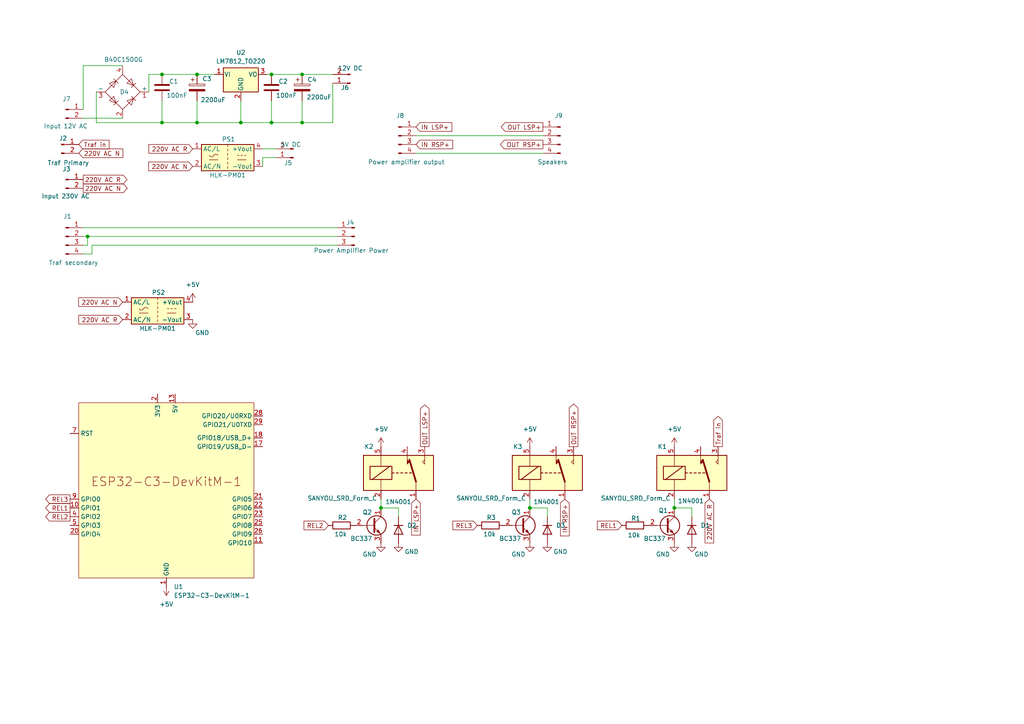
<source format=kicad_sch>
(kicad_sch (version 20250114) (generator "eeschema") (generator_version "9.0")
  (paper "A4")
  (lib_symbols
    (symbol "Connector:Conn_01x02_Pin" (pin_names (offset 1.016) (hide yes))
      (property "Reference" "J" (at 0 2.54 0))
      (property "Value" "Conn_01x02_Pin" (at 0 -5.08 0))
      (symbol "Conn_01x02_Pin_1_1"
        (rectangle (start 0.8636 0.127) (end 0 -0.127) (stroke (width 0.1524)) (fill (type outline)))
        (rectangle (start 0.8636 -2.413) (end 0 -2.667) (stroke (width 0.1524)) (fill (type outline)))
        (polyline (pts (xy 1.27 0) (xy 0.8636 0)) (stroke (width 0.1524)))
        (polyline (pts (xy 1.27 -2.54) (xy 0.8636 -2.54)) (stroke (width 0.1524)))
        (pin passive line (at 5.08 0 180) (length 3.81) (name "Pin_1") (number "1"))
        (pin passive line (at 5.08 -2.54 180) (length 3.81) (name "Pin_2") (number "2"))
      )
    )
    (symbol "Connector:Conn_01x03_Pin" (pin_names (offset 1.016) (hide yes))
      (property "Reference" "J" (at 0 5.08 0))
      (property "Value" "Conn_01x03_Pin" (at 0 -5.08 0))
      (symbol "Conn_01x03_Pin_1_1"
        (rectangle (start 0.8636 2.667) (end 0 2.413) (stroke (width 0.1524)) (fill (type outline)))
        (rectangle (start 0.8636 0.127) (end 0 -0.127) (stroke (width 0.1524)) (fill (type outline)))
        (rectangle (start 0.8636 -2.413) (end 0 -2.667) (stroke (width 0.1524)) (fill (type outline)))
        (polyline (pts (xy 1.27 2.54) (xy 0.8636 2.54)) (stroke (width 0.1524)))
        (polyline (pts (xy 1.27 0) (xy 0.8636 0)) (stroke (width 0.1524)))
        (polyline (pts (xy 1.27 -2.54) (xy 0.8636 -2.54)) (stroke (width 0.1524)))
        (pin passive line (at 5.08 2.54 180) (length 3.81) (name "Pin_1") (number "1"))
        (pin passive line (at 5.08 0 180) (length 3.81) (name "Pin_2") (number "2"))
        (pin passive line (at 5.08 -2.54 180) (length 3.81) (name "Pin_3") (number "3"))
      )
    )
    (symbol "Connector:Conn_01x04_Pin" (pin_names (offset 1.016) (hide yes))
      (property "Reference" "J" (at 0 5.08 0))
      (property "Value" "Conn_01x04_Pin" (at 0 -7.62 0))
      (symbol "Conn_01x04_Pin_1_1"
        (rectangle (start 0.8636 2.667) (end 0 2.413) (stroke (width 0.1524)) (fill (type outline)))
        (rectangle (start 0.8636 0.127) (end 0 -0.127) (stroke (width 0.1524)) (fill (type outline)))
        (rectangle (start 0.8636 -2.413) (end 0 -2.667) (stroke (width 0.1524)) (fill (type outline)))
        (rectangle (start 0.8636 -4.953) (end 0 -5.207) (stroke (width 0.1524)) (fill (type outline)))
        (polyline (pts (xy 1.27 2.54) (xy 0.8636 2.54)) (stroke (width 0.1524)))
        (polyline (pts (xy 1.27 0) (xy 0.8636 0)) (stroke (width 0.1524)))
        (polyline (pts (xy 1.27 -2.54) (xy 0.8636 -2.54)) (stroke (width 0.1524)))
        (polyline (pts (xy 1.27 -5.08) (xy 0.8636 -5.08)) (stroke (width 0.1524)))
        (pin passive line (at 5.08 2.54 180) (length 3.81) (name "Pin_1") (number "1"))
        (pin passive line (at 5.08 0 180) (length 3.81) (name "Pin_2") (number "2"))
        (pin passive line (at 5.08 -2.54 180) (length 3.81) (name "Pin_3") (number "3"))
        (pin passive line (at 5.08 -5.08 180) (length 3.81) (name "Pin_4") (number "4"))
      )
    )
    (symbol "Converter_ACDC:HLK-PM01"
      (property "Reference" "PS" (at 0 5.08 0))
      (property "Value" "HLK-PM01" (at 0 -5.08 0))
      (symbol "HLK-PM01_0_1"
        (rectangle (start -7.62 3.81) (end 7.62 -3.81) (stroke (width 0.254)) (fill (type background)))
        (polyline (pts (xy -5.334 -0.635) (xy -2.794 -0.635)))
        (arc (start -4.064 0.635) (mid -4.699 0.2495) (end -5.334 0.635))
        (arc (start -4.064 0.635) (mid -3.429 1.0072) (end -2.794 0.635))
        (polyline (pts (xy 0 3.81) (xy 0 3.175)))
        (polyline (pts (xy 0 2.54) (xy 0 1.905)))
        (polyline (pts (xy 0 1.27) (xy 0 0.635)))
        (polyline (pts (xy 0 0) (xy 0 -0.635)))
        (polyline (pts (xy 0 -1.27) (xy 0 -1.905)))
        (polyline (pts (xy 0 -2.54) (xy 0 -3.175)))
        (polyline (pts (xy 2.794 0.635) (xy 3.302 0.635)))
        (polyline (pts (xy 2.794 -0.635) (xy 5.334 -0.635)))
        (polyline (pts (xy 3.81 0.635) (xy 4.318 0.635)))
        (polyline (pts (xy 4.826 0.635) (xy 5.334 0.635)))
      )
      (symbol "HLK-PM01_1_1"
        (pin power_in line (at -10.16 2.54 0) (length 2.54) (name "AC/L") (number "1"))
        (pin power_in line (at -10.16 -2.54 0) (length 2.54) (name "AC/N") (number "2"))
        (pin power_out line (at 10.16 2.54 180) (length 2.54) (name "+Vout") (number "4"))
        (pin power_out line (at 10.16 -2.54 180) (length 2.54) (name "-Vout") (number "3"))
      )
    )
    (symbol "Device:C" (pin_numbers (hide yes)) (pin_names (offset 0.254))
      (property "Reference" "C" (at 0.635 2.54 0))
      (property "Value" "C" (at 0.635 -2.54 0))
      (symbol "C_0_1"
        (polyline (pts (xy -2.032 0.762) (xy 2.032 0.762)) (stroke (width 0.508)))
        (polyline (pts (xy -2.032 -0.762) (xy 2.032 -0.762)) (stroke (width 0.508)))
      )
      (symbol "C_1_1"
        (pin passive line (at 0 3.81 270) (length 2.794) (name "~") (number "1"))
        (pin passive line (at 0 -3.81 90) (length 2.794) (name "~") (number "2"))
      )
    )
    (symbol "Device:C_Polarized" (pin_numbers (hide yes)) (pin_names (offset 0.254))
      (property "Reference" "C" (at 0.635 2.54 0))
      (property "Value" "C_Polarized" (at 0.635 -2.54 0))
      (symbol "C_Polarized_0_1"
        (rectangle (start -2.286 0.508) (end 2.286 1.016))
        (polyline (pts (xy -1.778 2.286) (xy -0.762 2.286)))
        (polyline (pts (xy -1.27 2.794) (xy -1.27 1.778)))
        (rectangle (start 2.286 -0.508) (end -2.286 -1.016) (fill (type outline)))
      )
      (symbol "C_Polarized_1_1"
        (pin passive line (at 0 3.81 270) (length 2.794) (name "~") (number "1"))
        (pin passive line (at 0 -3.81 90) (length 2.794) (name "~") (number "2"))
      )
    )
    (symbol "Device:R" (pin_numbers (hide yes)) (pin_names (offset 0))
      (property "Reference" "R" (at 2.032 0 90))
      (property "Value" "R" (at 0 0 90))
      (symbol "R_0_1"
        (rectangle (start -1.016 -2.54) (end 1.016 2.54) (stroke (width 0.254)))
      )
      (symbol "R_1_1"
        (pin passive line (at 0 3.81 270) (length 1.27) (name "~") (number "1"))
        (pin passive line (at 0 -3.81 90) (length 1.27) (name "~") (number "2"))
      )
    )
    (symbol "Diode:1N4001" (pin_numbers (hide yes)) (pin_names (hide yes))
      (property "Reference" "D" (at 0 2.54 0))
      (property "Value" "1N4001" (at 0 -2.54 0))
      (symbol "1N4001_0_1"
        (polyline (pts (xy -1.27 1.27) (xy -1.27 -1.27)) (stroke (width 0.254)))
        (polyline (pts (xy 1.27 1.27) (xy 1.27 -1.27) (xy -1.27 0) (xy 1.27 1.27)) (stroke (width 0.254)))
        (polyline (pts (xy 1.27 0) (xy -1.27 0)))
      )
      (symbol "1N4001_1_1"
        (pin passive line (at -3.81 0 0) (length 2.54) (name "K") (number "1"))
        (pin passive line (at 3.81 0 180) (length 2.54) (name "A") (number "2"))
      )
    )
    (symbol "Diode_Bridge:B40C1500G" (pin_names (offset 0))
      (property "Reference" "D" (at 2.54 6.985 0))
      (property "Value" "B40C1500G" (at 2.54 5.08 0))
      (symbol "B40C1500G_0_1"
        (polyline (pts (xy -5.08 0) (xy 0 -5.08) (xy 5.08 0) (xy 0 5.08) (xy -5.08 0)))
        (polyline (pts (xy -3.81 2.54) (xy -2.54 1.27) (xy -1.905 3.175) (xy -3.81 2.54)))
        (polyline (pts (xy -2.54 3.81) (xy -1.27 2.54)))
        (polyline (pts (xy -2.54 -1.27) (xy -3.81 -2.54) (xy -1.905 -3.175) (xy -2.54 -1.27)))
        (polyline (pts (xy -1.27 -2.54) (xy -2.54 -3.81)))
        (polyline (pts (xy 1.27 2.54) (xy 2.54 3.81) (xy 3.175 1.905) (xy 1.27 2.54)))
        (polyline (pts (xy 2.54 1.27) (xy 3.81 2.54)))
        (polyline (pts (xy 2.54 -1.27) (xy 3.81 -2.54)))
        (polyline (pts (xy 3.175 -1.905) (xy 1.27 -2.54) (xy 2.54 -3.81) (xy 3.175 -1.905)))
      )
      (symbol "B40C1500G_1_1"
        (pin passive line (at -7.62 0 0) (length 2.54) (name "-") (number "3"))
        (pin passive line (at 0 7.62 270) (length 2.54) (name "~") (number "4"))
        (pin passive line (at 0 -7.62 90) (length 2.54) (name "~") (number "2"))
        (pin passive line (at 7.62 0 180) (length 2.54) (name "+") (number "1"))
      )
    )
    (symbol "PCM_Espressif:ESP32-C3-DevKitM-1"
      (property "Reference" "U" (at -25.4 30.48 0))
      (property "Value" "ESP32-C3-DevKitM-1" (at -25.4 27.94 0))
      (symbol "ESP32-C3-DevKitM-1_0_1"
        (rectangle (start -25.4 25.4) (end 25.4 -25.4) (fill (type background)))
      )
      (symbol "ESP32-C3-DevKitM-1_1_0"
        (text "ESP32-C3-DevKitM-1" (at 0 2.54 0) (effects (font (size 2.54 2.54))))
      )
      (symbol "ESP32-C3-DevKitM-1_1_1"
        (pin output line (at -27.94 16.51 0) (length 2.54) (name "RST") (number "7"))
        (pin bidirectional line (at -27.94 -2.54 0) (length 2.54) (name "GPIO0") (number "9"))
        (pin bidirectional line (at -27.94 -5.08 0) (length 2.54) (name "GPIO1") (number "10"))
        (pin bidirectional line (at -27.94 -7.62 0) (length 2.54) (name "GPIO2") (number "4"))
        (pin bidirectional line (at -27.94 -10.16 0) (length 2.54) (name "GPIO3") (number "5"))
        (pin bidirectional line (at -27.94 -12.7 0) (length 2.54) (name "GPIO4") (number "20"))
        (pin power_in line (at -2.54 27.94 270) (length 2.54) (name "3V3") (number "2"))
        (pin power_in line (at -2.54 27.94 270) (length 2.54) (hide yes) (name "3V3") (number "3"))
        (pin passive line (at 0 -27.94 90) (length 2.54) (name "GND") (number "1"))
        (pin passive line (at 0 -27.94 90) (length 2.54) (hide yes) (name "GND") (number "12"))
        (pin passive line (at 0 -27.94 90) (length 2.54) (hide yes) (name "GND") (number "15"))
        (pin passive line (at 0 -27.94 90) (length 2.54) (hide yes) (name "GND") (number "16"))
        (pin passive line (at 0 -27.94 90) (length 2.54) (hide yes) (name "GND") (number "19"))
        (pin passive line (at 0 -27.94 90) (length 2.54) (hide yes) (name "GND") (number "24"))
        (pin passive line (at 0 -27.94 90) (length 2.54) (hide yes) (name "GND") (number "27"))
        (pin passive line (at 0 -27.94 90) (length 2.54) (hide yes) (name "GND") (number "30"))
        (pin passive line (at 0 -27.94 90) (length 2.54) (hide yes) (name "GND") (number "6"))
        (pin passive line (at 0 -27.94 90) (length 2.54) (hide yes) (name "GND") (number "8"))
        (pin power_in line (at 2.54 27.94 270) (length 2.54) (name "5V") (number "13"))
        (pin power_in line (at 2.54 27.94 270) (length 2.54) (hide yes) (name "5V") (number "14"))
        (pin bidirectional line (at 27.94 21.59 180) (length 2.54) (name "GPIO20/U0RXD") (number "28"))
        (pin bidirectional line (at 27.94 19.05 180) (length 2.54) (name "GPIO21/U0TXD") (number "29"))
        (pin bidirectional line (at 27.94 15.24 180) (length 2.54) (name "GPIO18/USB_D+") (number "18"))
        (pin bidirectional line (at 27.94 12.7 180) (length 2.54) (name "GPIO19/USB_D-") (number "17"))
        (pin bidirectional line (at 27.94 -2.54 180) (length 2.54) (name "GPIO5") (number "21"))
        (pin bidirectional line (at 27.94 -5.08 180) (length 2.54) (name "GPIO6") (number "22"))
        (pin bidirectional line (at 27.94 -7.62 180) (length 2.54) (name "GPIO7") (number "23"))
        (pin bidirectional line (at 27.94 -10.16 180) (length 2.54) (name "GPIO8") (number "25"))
        (pin bidirectional line (at 27.94 -12.7 180) (length 2.54) (name "GPIO9") (number "26"))
        (pin bidirectional line (at 27.94 -15.24 180) (length 2.54) (name "GPIO10") (number "11"))
      )
    )
    (symbol "Regulator_Linear:LM7812_TO220" (pin_names (offset 0.254))
      (property "Reference" "U" (at -3.81 3.175 0))
      (property "Value" "LM7812_TO220" (at 0 3.175 0))
      (symbol "LM7812_TO220_0_1"
        (rectangle (start -5.08 1.905) (end 5.08 -5.08) (stroke (width 0.254)) (fill (type background)))
      )
      (symbol "LM7812_TO220_1_1"
        (pin power_in line (at -7.62 0 0) (length 2.54) (name "VI") (number "1"))
        (pin power_in line (at 0 -7.62 90) (length 2.54) (name "GND") (number "2"))
        (pin power_out line (at 7.62 0 180) (length 2.54) (name "VO") (number "3"))
      )
    )
    (symbol "Relay:SANYOU_SRD_Form_C"
      (property "Reference" "K" (at 11.43 3.81 0))
      (property "Value" "SANYOU_SRD_Form_C" (at 11.43 1.27 0))
      (symbol "SANYOU_SRD_Form_C_0_0"
        (polyline (pts (xy 7.62 5.08) (xy 7.62 2.54) (xy 6.985 3.175) (xy 7.62 3.81)))
      )
      (symbol "SANYOU_SRD_Form_C_0_1"
        (rectangle (start -10.16 5.08) (end 10.16 -5.08) (stroke (width 0.254)) (fill (type background)))
        (rectangle (start -8.255 1.905) (end -1.905 -1.905) (stroke (width 0.254)))
        (polyline (pts (xy -7.62 -1.905) (xy -2.54 1.905)) (stroke (width 0.254)))
        (polyline (pts (xy -5.08 5.08) (xy -5.08 1.905)))
        (polyline (pts (xy -5.08 -5.08) (xy -5.08 -1.905)))
        (polyline (pts (xy -1.905 0) (xy -1.27 0)) (stroke (width 0.254)))
        (polyline (pts (xy -0.635 0) (xy 0 0)) (stroke (width 0.254)))
        (polyline (pts (xy 0.635 0) (xy 1.27 0)) (stroke (width 0.254)))
        (polyline (pts (xy 1.905 0) (xy 2.54 0)) (stroke (width 0.254)))
        (polyline (pts (xy 3.175 0) (xy 3.81 0)) (stroke (width 0.254)))
        (polyline (pts (xy 5.08 -2.54) (xy 3.175 3.81)) (stroke (width 0.508)))
        (polyline (pts (xy 5.08 -2.54) (xy 5.08 -5.08)))
      )
      (symbol "SANYOU_SRD_Form_C_1_1"
        (polyline (pts (xy 2.54 3.81) (xy 3.175 3.175) (xy 2.54 2.54) (xy 2.54 5.08)) (fill (type outline)))
        (pin passive line (at -5.08 7.62 270) (length 2.54) (name "~") (number "5"))
        (pin passive line (at -5.08 -7.62 90) (length 2.54) (name "~") (number "2"))
        (pin passive line (at 2.54 7.62 270) (length 2.54) (name "~") (number "4"))
        (pin passive line (at 5.08 -7.62 90) (length 2.54) (name "~") (number "1"))
        (pin passive line (at 7.62 7.62 270) (length 2.54) (name "~") (number "3"))
      )
    )
    (symbol "Transistor_BJT:BC337" (pin_names (offset 0) (hide yes))
      (property "Reference" "Q" (at 5.08 1.905 0))
      (property "Value" "BC337" (at 5.08 0 0))
      (symbol "BC337_0_1"
        (polyline (pts (xy -2.54 0) (xy 0.635 0)))
        (polyline (pts (xy 0.635 1.905) (xy 0.635 -1.905)) (stroke (width 0.508)))
        (circle (center 1.27 0) (radius 2.8194) (stroke (width 0.254)))
      )
      (symbol "BC337_1_1"
        (polyline (pts (xy 0.635 0.635) (xy 2.54 2.54)))
        (polyline (pts (xy 0.635 -0.635) (xy 2.54 -2.54)))
        (polyline (pts (xy 1.27 -1.778) (xy 1.778 -1.27) (xy 2.286 -2.286) (xy 1.27 -1.778)) (fill (type outline)))
        (pin input line (at -5.08 0 0) (length 2.54) (name "B") (number "2"))
        (pin passive line (at 2.54 5.08 270) (length 2.54) (name "C") (number "1"))
        (pin passive line (at 2.54 -5.08 90) (length 2.54) (name "E") (number "3"))
      )
    )
    (symbol "power:+5V" (power) (pin_numbers (hide yes)) (pin_names (offset 0) (hide yes))
      (property "Value" "+5V" (at 0 3.556 0))
      (symbol "+5V_0_1"
        (polyline (pts (xy -0.762 1.27) (xy 0 2.54)))
        (polyline (pts (xy 0 2.54) (xy 0.762 1.27)))
        (polyline (pts (xy 0 0) (xy 0 2.54)))
      )
      (symbol "+5V_1_1"
        (pin power_in line (at 0 0 90) (length 0) (name "~") (number "1"))
      )
    )
    (symbol "power:GND" (power) (pin_numbers (hide yes)) (pin_names (offset 0) (hide yes))
      (property "Value" "GND" (at 0 -3.81 0))
      (symbol "GND_0_1"
        (polyline (pts (xy 0 0) (xy 0 -1.27) (xy 1.27 -1.27) (xy 0 -2.54) (xy -1.27 -1.27) (xy 0 -1.27)))
      )
      (symbol "GND_1_1"
        (pin power_in line (at 0 0 270) (length 0) (name "~") (number "1"))
      )
    )
  )
  (junction (at 69.85 35.56))
  (junction (at 153.67 147.32))
  (junction (at 87.63 21.59))
  (junction (at 46.99 21.59))
  (junction (at 110.49 147.32))
  (junction (at 78.74 21.59))
  (junction (at 57.15 21.59))
  (junction (at 46.99 35.56))
  (junction (at 87.63 35.56))
  (junction (at 195.58 147.32))
  (junction (at 78.74 35.56))
  (junction (at 57.15 35.56))
  (junction (at 25.4 68.58))
  (wire (pts (xy 57.15 21.59) (xy 62.23 21.59)))
  (wire (pts (xy 69.85 35.56) (xy 78.74 35.56)))
  (wire (pts (xy 43.18 26.67) (xy 43.18 21.59)))
  (wire (pts (xy 87.63 29.21) (xy 87.63 35.56)))
  (wire (pts (xy 69.85 35.56) (xy 69.85 29.21)))
  (wire (pts (xy 27.94 26.67) (xy 27.94 35.56)))
  (wire (pts (xy 195.58 144.78) (xy 195.58 147.32)))
  (wire (pts (xy 24.13 71.12) (xy 25.4 71.12)))
  (wire (pts (xy 76.2 43.18) (xy 80.01 43.18)))
  (wire (pts (xy 120.65 39.37) (xy 157.48 39.37)))
  (wire (pts (xy 87.63 21.59) (xy 96.52 21.59)))
  (wire (pts (xy 76.2 45.72) (xy 80.01 45.72)))
  (wire (pts (xy 158.75 149.86) (xy 158.75 147.32)))
  (wire (pts (xy 24.13 73.66) (xy 26.67 73.66)))
  (wire (pts (xy 46.99 29.21) (xy 46.99 35.56)))
  (wire (pts (xy 115.57 149.86) (xy 115.57 147.32)))
  (wire (pts (xy 26.67 73.66) (xy 26.67 71.12)))
  (wire (pts (xy 76.2 48.26) (xy 76.2 45.72)))
  (wire (pts (xy 120.65 44.45) (xy 157.48 44.45)))
  (wire (pts (xy 77.47 21.59) (xy 78.74 21.59)))
  (wire (pts (xy 27.94 35.56) (xy 46.99 35.56)))
  (wire (pts (xy 96.52 24.13) (xy 96.52 35.56)))
  (wire (pts (xy 78.74 21.59) (xy 87.63 21.59)))
  (wire (pts (xy 158.75 147.32) (xy 153.67 147.32)))
  (wire (pts (xy 46.99 35.56) (xy 57.15 35.56)))
  (wire (pts (xy 78.74 35.56) (xy 87.63 35.56)))
  (wire (pts (xy 24.13 66.04) (xy 97.79 66.04)))
  (wire (pts (xy 46.99 21.59) (xy 57.15 21.59)))
  (wire (pts (xy 87.63 35.56) (xy 96.52 35.56)))
  (wire (pts (xy 24.13 68.58) (xy 25.4 68.58)))
  (wire (pts (xy 57.15 29.21) (xy 57.15 35.56)))
  (wire (pts (xy 25.4 71.12) (xy 25.4 68.58)))
  (wire (pts (xy 153.67 147.32) (xy 153.67 144.78)))
  (wire (pts (xy 78.74 29.21) (xy 78.74 35.56)))
  (wire (pts (xy 200.66 149.86) (xy 200.66 147.32)))
  (wire (pts (xy 200.66 147.32) (xy 195.58 147.32)))
  (wire (pts (xy 24.13 34.29) (xy 35.56 34.29)))
  (wire (pts (xy 25.4 68.58) (xy 97.79 68.58)))
  (wire (pts (xy 115.57 147.32) (xy 110.49 147.32)))
  (wire (pts (xy 43.18 21.59) (xy 46.99 21.59)))
  (wire (pts (xy 35.56 19.05) (xy 24.13 19.05)))
  (wire (pts (xy 26.67 71.12) (xy 97.79 71.12)))
  (wire (pts (xy 24.13 19.05) (xy 24.13 31.75)))
  (wire (pts (xy 57.15 35.56) (xy 69.85 35.56)))
  (wire (pts (xy 110.49 147.32) (xy 110.49 144.78)))
  (global_label "REL3" (shape input) (at 138.43 152.4 180) (property "Intersheetrefs" "${INTERSHEET_REFS}" (effects (hide yes))))
  (global_label "220V AC R" (shape input) (at 35.56 92.71 180) (property "Intersheetrefs" "${INTERSHEET_REFS}" (effects (hide yes))))
  (global_label "220V AC N" (shape output) (at 24.13 54.61 0) (property "Intersheetrefs" "${INTERSHEET_REFS}" (effects (hide yes))))
  (global_label "OUT RSP+" (shape output) (at 166.37 129.54 90) (property "Intersheetrefs" "${INTERSHEET_REFS}" (effects (hide yes))))
  (global_label "REL2" (shape output) (at 20.32 149.86 180) (property "Intersheetrefs" "${INTERSHEET_REFS}" (effects (hide yes))))
  (global_label "220V AC N" (shape input) (at 22.86 44.45 0) (property "Intersheetrefs" "${INTERSHEET_REFS}" (effects (hide yes))))
  (global_label "IN LSP+" (shape input) (at 120.65 144.78 270) (property "Intersheetrefs" "${INTERSHEET_REFS}" (effects (hide yes))))
  (global_label "REL2" (shape input) (at 95.25 152.4 180) (property "Intersheetrefs" "${INTERSHEET_REFS}" (effects (hide yes))))
  (global_label "220V AC R" (shape input) (at 205.74 144.78 270) (property "Intersheetrefs" "${INTERSHEET_REFS}" (effects (hide yes))))
  (global_label "IN RSP+" (shape input) (at 163.83 144.78 270) (property "Intersheetrefs" "${INTERSHEET_REFS}" (effects (hide yes))))
  (global_label "OUT LSP+" (shape output) (at 157.48 36.83 180) (property "Intersheetrefs" "${INTERSHEET_REFS}" (effects (hide yes))))
  (global_label "Traf in" (shape output) (at 208.28 129.54 90) (property "Intersheetrefs" "${INTERSHEET_REFS}" (effects (hide yes))))
  (global_label "OUT LSP+" (shape output) (at 123.19 129.54 90) (property "Intersheetrefs" "${INTERSHEET_REFS}" (effects (hide yes))))
  (global_label "IN LSP+" (shape input) (at 120.65 36.83 0) (property "Intersheetrefs" "${INTERSHEET_REFS}" (effects (hide yes))))
  (global_label "REL1" (shape output) (at 20.32 147.32 180) (property "Intersheetrefs" "${INTERSHEET_REFS}" (effects (hide yes))))
  (global_label "REL1" (shape input) (at 180.34 152.4 180) (property "Intersheetrefs" "${INTERSHEET_REFS}" (effects (hide yes))))
  (global_label "220V AC N" (shape input) (at 55.88 48.26 180) (property "Intersheetrefs" "${INTERSHEET_REFS}" (effects (hide yes))))
  (global_label "Traf in" (shape input) (at 22.86 41.91 0) (property "Intersheetrefs" "${INTERSHEET_REFS}" (effects (hide yes))))
  (global_label "220V AC N" (shape input) (at 35.56 87.63 180) (property "Intersheetrefs" "${INTERSHEET_REFS}" (effects (hide yes))))
  (global_label "REL3" (shape output) (at 20.32 144.78 180) (property "Intersheetrefs" "${INTERSHEET_REFS}" (effects (hide yes))))
  (global_label "OUT RSP+" (shape output) (at 157.48 41.91 180) (property "Intersheetrefs" "${INTERSHEET_REFS}" (effects (hide yes))))
  (global_label "220V AC R" (shape output) (at 24.13 52.07 0) (property "Intersheetrefs" "${INTERSHEET_REFS}" (effects (hide yes))))
  (global_label "IN RSP+" (shape input) (at 120.65 41.91 0) (property "Intersheetrefs" "${INTERSHEET_REFS}" (effects (hide yes))))
  (global_label "220V AC R" (shape input) (at 55.88 43.18 180) (property "Intersheetrefs" "${INTERSHEET_REFS}" (effects (hide yes))))
  (symbol (lib_id "Connector:Conn_01x02_Pin") (at 101.6 24.13 180) (unit 1)
    (property "Reference" "J6" (at 100.076 25.4 0))
    (property "Value" "12V DC" (at 101.6 19.812 0))
    (property "Footprint" "Connector_JST:JST_XH_B2B-XH-A_1x02_P2.50mm_Vertical" (effects (hide yes)))
    (property "Description" "Generic connector, single row, 01x02, script generated" (effects (hide yes)))
  )
  (symbol (lib_id "Connector:Conn_01x04_Pin") (at 19.05 68.58 0) (unit 1)
    (property "Reference" "J1" (at 19.558 62.738 0))
    (property "Value" "Traf secondary" (at 21.336 76.2 0))
    (property "Footprint" "Connector_Wire:SolderWire-0.5sqmm_1x04_P4.8mm_D0.9mm_OD2.3mm" (effects (hide yes)))
    (property "Description" "Generic connector, single row, 01x04, script generated" (effects (hide yes)))
  )
  (symbol (lib_id "Connector:Conn_01x04_Pin") (at 115.57 39.37 0) (unit 1)
    (property "Reference" "J8" (at 116.078 33.528 0))
    (property "Value" "Power amplifier output" (at 117.856 46.99 0))
    (property "Footprint" "Connector_Wire:SolderWire-0.5sqmm_1x04_P4.8mm_D0.9mm_OD2.3mm" (effects (hide yes)))
    (property "Description" "Generic connector, single row, 01x04, script generated" (effects (hide yes)))
  )
  (symbol (lib_id "power:GND") (at 55.88 92.71 0) (unit 1)
    (property "Reference" "#PWR06" (effects (hide yes)))
    (property "Value" "GND" (at 58.674 96.52 0))
    (property "Description" "Power symbol creates a global label with name \"GND\" , ground" (effects (hide yes)))
  )
  (symbol (lib_id "Regulator_Linear:LM7812_TO220") (at 69.85 21.59 0) (unit 1)
    (property "Reference" "U2" (at 69.85 15.24 0))
    (property "Value" "LM7812_TO220" (at 69.85 17.78 0))
    (property "Footprint" "Package_TO_SOT_THT:TO-220-3_Vertical" (effects (hide yes)))
    (property "Datasheet" "https://www.onsemi.cn/PowerSolutions/document/MC7800-D.PDF" (effects (hide yes)))
    (property "Description" "Positive 1A 35V Linear Regulator, Fixed Output 12V, TO-220" (effects (hide yes)))
  )
  (symbol (lib_id "Device:C_Polarized") (at 57.15 25.4 0) (unit 1)
    (property "Reference" "C3" (at 58.674 22.86 0) (effects (justify left)))
    (property "Value" "2200uF" (at 58.166 28.956 0) (effects (justify left)))
    (property "Footprint" "Capacitor_THT:CP_Radial_D18.0mm_P7.50mm" (effects (hide yes)))
    (property "Description" "Polarized capacitor" (effects (hide yes)))
  )
  (symbol (lib_id "Relay:SANYOU_SRD_Form_C") (at 200.66 137.16 0) (unit 1)
    (property "Reference" "K1" (at 190.754 129.54 0) (effects (justify left)))
    (property "Value" "SANYOU_SRD_Form_C" (at 174.244 144.526 0) (effects (justify left)))
    (property "Footprint" "Relay_THT:Relay_SPDT_SANYOU_SRD_Series_Form_C" (effects (hide yes)))
    (property "Datasheet" "http://www.sanyourelay.ca/public/products/pdf/SRD.pdf" (effects (hide yes)))
    (property "Description" "Sanyo SRD relay, Single Pole Miniature Power Relay," (effects (hide yes)))
  )
  (symbol (lib_id "Transistor_BJT:BC337") (at 193.04 152.4 0) (unit 1)
    (property "Reference" "Q1" (at 191.008 148.082 0) (effects (justify left)))
    (property "Value" "BC337" (at 186.69 156.21 0) (effects (justify left)))
    (property "Footprint" "Package_TO_SOT_THT:TO-92_Inline" (effects (hide yes)))
    (property "Datasheet" "https://diotec.com/tl_files/diotec/files/pdf/datasheets/bc337.pdf" (effects (hide yes)))
    (property "Description" "0.8A Ic, 45V Vce, NPN Transistor, TO-92" (effects (hide yes)))
  )
  (symbol (lib_id "power:GND") (at 158.75 157.48 0) (unit 1)
    (property "Reference" "#PWR017" (effects (hide yes)))
    (property "Value" "GND" (at 162.56 160.02 0))
    (property "Description" "Power symbol creates a global label with name \"GND\" , ground" (effects (hide yes)))
  )
  (symbol (lib_id "Device:R") (at 142.24 152.4 90) (unit 1)
    (property "Reference" "R3" (at 142.494 150.114 90))
    (property "Value" "10k" (at 141.986 154.94 90))
    (property "Footprint" "Resistor_THT:R_Axial_DIN0207_L6.3mm_D2.5mm_P10.16mm_Horizontal" (effects (hide yes)))
    (property "Description" "Resistor" (effects (hide yes)))
  )
  (symbol (lib_id "Device:C") (at 46.99 25.4 0) (unit 1)
    (property "Reference" "C1" (at 49.022 23.622 0) (effects (justify left)))
    (property "Value" "100nF" (at 48.26 27.686 0) (effects (justify left)))
    (property "Footprint" "Capacitor_THT:C_Disc_D10.0mm_W2.5mm_P5.00mm" (effects (hide yes)))
    (property "Description" "Unpolarized capacitor" (effects (hide yes)))
  )
  (symbol (lib_id "Connector:Conn_01x02_Pin") (at 17.78 41.91 0) (unit 1)
    (property "Reference" "J2" (at 18.288 40.132 0))
    (property "Value" "Traf Primary" (at 19.812 47.244 0))
    (property "Footprint" "Connector_Wire:SolderWire-0.75sqmm_1x02_P4.8mm_D1.25mm_OD2.3mm" (effects (hide yes)))
    (property "Description" "Generic connector, single row, 01x02, script generated" (effects (hide yes)))
  )
  (symbol (lib_id "Connector:Conn_01x02_Pin") (at 85.09 45.72 180) (unit 1)
    (property "Reference" "J5" (at 83.566 47.244 0))
    (property "Value" "5V DC" (at 84.328 41.91 0))
    (property "Footprint" "Connector_JST:JST_XH_B2B-XH-A_1x02_P2.50mm_Vertical" (effects (hide yes)))
    (property "Description" "Generic connector, single row, 01x02, script generated" (effects (hide yes)))
  )
  (symbol (lib_id "power:GND") (at 115.57 157.48 0) (unit 1)
    (property "Reference" "#PWR016" (effects (hide yes)))
    (property "Value" "GND" (at 119.38 160.02 0))
    (property "Description" "Power symbol creates a global label with name \"GND\" , ground" (effects (hide yes)))
  )
  (symbol (lib_id "Diode:1N4001") (at 158.75 153.67 270) (unit 1)
    (property "Reference" "D3" (at 161.29 152.3999 90) (effects (justify left)))
    (property "Value" "1N4001" (at 154.686 145.542 90) (effects (justify left)))
    (property "Footprint" "Diode_THT:D_DO-41_SOD81_P10.16mm_Horizontal" (effects (hide yes)))
    (property "Datasheet" "http://www.vishay.com/docs/88503/1n4001.pdf" (effects (hide yes)))
    (property "Description" "50V 1A General Purpose Rectifier Diode, DO-41" (effects (hide yes)))
    (property "Sim.Device" "D" (effects (hide yes)))
    (property "Sim.Pins" "1=K 2=A" (effects (hide yes)))
  )
  (symbol (lib_id "power:GND") (at 110.49 157.48 0) (unit 1)
    (property "Reference" "#PWR013" (effects (hide yes)))
    (property "Value" "GND" (at 107.188 160.782 0))
    (property "Description" "Power symbol creates a global label with name \"GND\" , ground" (effects (hide yes)))
  )
  (symbol (lib_id "power:GND") (at 153.67 157.48 0) (unit 1)
    (property "Reference" "#PWR015" (effects (hide yes)))
    (property "Value" "GND" (at 150.368 160.782 0))
    (property "Description" "Power symbol creates a global label with name \"GND\" , ground" (effects (hide yes)))
  )
  (symbol (lib_id "Device:R") (at 99.06 152.4 90) (unit 1)
    (property "Reference" "R2" (at 99.314 150.114 90))
    (property "Value" "10k" (at 98.806 154.94 90))
    (property "Footprint" "Resistor_THT:R_Axial_DIN0207_L6.3mm_D2.5mm_P10.16mm_Horizontal" (effects (hide yes)))
    (property "Description" "Resistor" (effects (hide yes)))
  )
  (symbol (lib_id "power:+5V") (at 153.67 129.54 0) (unit 1)
    (property "Reference" "#PWR014" (effects (hide yes)))
    (property "Value" "+5V" (at 153.67 124.46 0))
    (property "Description" "Power symbol creates a global label with name \"+5V\"" (effects (hide yes)))
  )
  (symbol (lib_id "Device:R") (at 184.15 152.4 90) (unit 1)
    (property "Reference" "R1" (at 184.404 150.368 90))
    (property "Value" "10k" (at 183.896 155.194 90))
    (property "Footprint" "Resistor_THT:R_Axial_DIN0207_L6.3mm_D2.5mm_P10.16mm_Horizontal" (effects (hide yes)))
    (property "Description" "Resistor" (effects (hide yes)))
  )
  (symbol (lib_id "power:+5V") (at 48.26 170.18 180) (unit 1)
    (property "Reference" "#PWR02" (effects (hide yes)))
    (property "Value" "+5V" (at 48.26 175.26 0))
    (property "Description" "Power symbol creates a global label with name \"+5V\"" (effects (hide yes)))
  )
  (symbol (lib_id "Relay:SANYOU_SRD_Form_C") (at 158.75 137.16 0) (unit 1)
    (property "Reference" "K3" (at 148.844 129.54 0) (effects (justify left)))
    (property "Value" "SANYOU_SRD_Form_C" (at 132.334 144.526 0) (effects (justify left)))
    (property "Footprint" "Relay_THT:Relay_SPDT_SANYOU_SRD_Series_Form_C" (effects (hide yes)))
    (property "Datasheet" "http://www.sanyourelay.ca/public/products/pdf/SRD.pdf" (effects (hide yes)))
    (property "Description" "Sanyo SRD relay, Single Pole Miniature Power Relay," (effects (hide yes)))
  )
  (symbol (lib_id "power:+5V") (at 55.88 87.63 0) (unit 1)
    (property "Reference" "#PWR05" (effects (hide yes)))
    (property "Value" "+5V" (at 55.88 82.55 0))
    (property "Description" "Power symbol creates a global label with name \"+5V\"" (effects (hide yes)))
  )
  (symbol (lib_id "Connector:Conn_01x04_Pin") (at 162.56 39.37 0) (mirror y) (unit 1)
    (property "Reference" "J9" (at 162.052 33.528 0))
    (property "Value" "Speakers" (at 160.274 46.99 0))
    (property "Footprint" "Connector_Wire:SolderWire-0.5sqmm_1x04_P4.8mm_D0.9mm_OD2.3mm" (effects (hide yes)))
    (property "Description" "Generic connector, single row, 01x04, script generated" (effects (hide yes)))
  )
  (symbol (lib_id "Relay:SANYOU_SRD_Form_C") (at 115.57 137.16 0) (unit 1)
    (property "Reference" "K2" (at 105.664 129.54 0) (effects (justify left)))
    (property "Value" "SANYOU_SRD_Form_C" (at 89.154 144.526 0) (effects (justify left)))
    (property "Footprint" "Relay_THT:Relay_SPDT_SANYOU_SRD_Series_Form_C" (effects (hide yes)))
    (property "Datasheet" "http://www.sanyourelay.ca/public/products/pdf/SRD.pdf" (effects (hide yes)))
    (property "Description" "Sanyo SRD relay, Single Pole Miniature Power Relay," (effects (hide yes)))
  )
  (symbol (lib_id "power:GND") (at 200.66 157.48 0) (unit 1)
    (property "Reference" "#PWR011" (effects (hide yes)))
    (property "Value" "GND" (at 203.454 160.782 0))
    (property "Description" "Power symbol creates a global label with name \"GND\" , ground" (effects (hide yes)))
  )
  (symbol (lib_id "Transistor_BJT:BC337") (at 107.95 152.4 0) (unit 1)
    (property "Reference" "Q2" (at 105.156 148.59 0) (effects (justify left)))
    (property "Value" "BC337" (at 101.6 156.21 0) (effects (justify left)))
    (property "Footprint" "Package_TO_SOT_THT:TO-92_Inline" (effects (hide yes)))
    (property "Datasheet" "https://diotec.com/tl_files/diotec/files/pdf/datasheets/bc337.pdf" (effects (hide yes)))
    (property "Description" "0.8A Ic, 45V Vce, NPN Transistor, TO-92" (effects (hide yes)))
  )
  (symbol (lib_id "Connector:Conn_01x02_Pin") (at 19.05 31.75 0) (unit 1)
    (property "Reference" "J7" (at 19.304 28.702 0))
    (property "Value" "Input 12V AC" (at 19.05 36.576 0))
    (property "Footprint" "Connector_Wire:SolderWire-0.5sqmm_1x02_P4.8mm_D0.9mm_OD2.3mm" (effects (hide yes)))
    (property "Description" "Generic connector, single row, 01x02, script generated" (effects (hide yes)))
  )
  (symbol (lib_id "Device:C") (at 78.74 25.4 0) (unit 1)
    (property "Reference" "C2" (at 80.772 23.622 0) (effects (justify left)))
    (property "Value" "100nF" (at 80.01 27.686 0) (effects (justify left)))
    (property "Footprint" "Capacitor_THT:C_Disc_D10.0mm_W2.5mm_P5.00mm" (effects (hide yes)))
    (property "Description" "Unpolarized capacitor" (effects (hide yes)))
  )
  (symbol (lib_id "Diode:1N4001") (at 200.66 153.67 270) (unit 1)
    (property "Reference" "D1" (at 203.2 152.3999 90) (effects (justify left)))
    (property "Value" "1N4001" (at 196.596 145.288 90) (effects (justify left)))
    (property "Footprint" "Diode_THT:D_DO-41_SOD81_P10.16mm_Horizontal" (effects (hide yes)))
    (property "Datasheet" "http://www.vishay.com/docs/88503/1n4001.pdf" (effects (hide yes)))
    (property "Description" "50V 1A General Purpose Rectifier Diode, DO-41" (effects (hide yes)))
    (property "Sim.Device" "D" (effects (hide yes)))
    (property "Sim.Pins" "1=K 2=A" (effects (hide yes)))
  )
  (symbol (lib_id "Converter_ACDC:HLK-PM01") (at 66.04 45.72 0) (unit 1)
    (property "Reference" "PS1" (at 66.294 40.386 0))
    (property "Value" "HLK-PM01" (at 66.04 50.8 0))
    (property "Footprint" "Converter_ACDC:Converter_ACDC_Hi-Link_HLK-PMxx" (effects (hide yes)))
    (property "Datasheet" "https://h.hlktech.com/download/ACDC%E7%94%B5%E6%BA%90%E6%A8%A1%E5%9D%973W%E7%B3%BB%E5%88%97/1/%E6%B5%B7%E5%87%8C%E7%A7%913W%E7%B3%BB%E5%88%97%E7%94%B5%E6%BA%90%E6%A8%A1%E5%9D%97%E8%A7%84%E6%A0%BC%E4%B9%A6V2.8.pdf" (effects (hide yes)))
    (property "Description" "Compact AC/DC board mount power module 3W 5V" (effects (hide yes)))
  )
  (symbol (lib_id "power:+5V") (at 110.49 129.54 0) (unit 1)
    (property "Reference" "#PWR012" (effects (hide yes)))
    (property "Value" "+5V" (at 110.49 124.46 0))
    (property "Description" "Power symbol creates a global label with name \"+5V\"" (effects (hide yes)))
  )
  (symbol (lib_id "Device:C_Polarized") (at 87.63 25.4 0) (unit 1)
    (property "Reference" "C4" (at 89.154 23.114 0) (effects (justify left)))
    (property "Value" "2200uF" (at 88.9 28.194 0) (effects (justify left)))
    (property "Footprint" "Capacitor_THT:CP_Radial_D18.0mm_P7.50mm" (effects (hide yes)))
    (property "Description" "Polarized capacitor" (effects (hide yes)))
  )
  (symbol (lib_id "power:GND") (at 195.58 157.48 0) (unit 1)
    (property "Reference" "#PWR010" (effects (hide yes)))
    (property "Value" "GND" (at 192.278 160.782 0))
    (property "Description" "Power symbol creates a global label with name \"GND\" , ground" (effects (hide yes)))
  )
  (symbol (lib_id "Converter_ACDC:HLK-PM01") (at 45.72 90.17 0) (unit 1)
    (property "Reference" "PS2" (at 45.974 84.836 0))
    (property "Value" "HLK-PM01" (at 45.72 95.25 0))
    (property "Footprint" "Converter_ACDC:Converter_ACDC_Hi-Link_HLK-PMxx" (effects (hide yes)))
    (property "Datasheet" "https://h.hlktech.com/download/ACDC%E7%94%B5%E6%BA%90%E6%A8%A1%E5%9D%973W%E7%B3%BB%E5%88%97/1/%E6%B5%B7%E5%87%8C%E7%A7%913W%E7%B3%BB%E5%88%97%E7%94%B5%E6%BA%90%E6%A8%A1%E5%9D%97%E8%A7%84%E6%A0%BC%E4%B9%A6V2.8.pdf" (effects (hide yes)))
    (property "Description" "Compact AC/DC board mount power module 3W 5V" (effects (hide yes)))
  )
  (symbol (lib_id "Connector:Conn_01x02_Pin") (at 19.05 52.07 0) (unit 1)
    (property "Reference" "J3" (at 19.304 49.022 0))
    (property "Value" "Input 230V AC" (at 19.05 56.896 0))
    (property "Footprint" "Connector_Wire:SolderWire-0.5sqmm_1x02_P4.8mm_D0.9mm_OD2.3mm" (effects (hide yes)))
    (property "Description" "Generic connector, single row, 01x02, script generated" (effects (hide yes)))
  )
  (symbol (lib_id "Connector:Conn_01x03_Pin") (at 102.87 68.58 0) (mirror y) (unit 1)
    (property "Reference" "J4" (at 101.6 64.516 0))
    (property "Value" "Power Amplifier Power" (at 101.854 72.644 0))
    (property "Footprint" "Connector_Wire:SolderWire-0.5sqmm_1x03_P4.8mm_D0.9mm_OD2.3mm" (effects (hide yes)))
    (property "Description" "Generic connector, single row, 01x03, script generated" (effects (hide yes)))
  )
  (symbol (lib_id "Diode_Bridge:B40C1500G") (at 35.56 26.67 0) (unit 1)
    (property "Reference" "D4" (at 36.068 26.67 0))
    (property "Value" "B40C1500G" (at 35.814 17.272 0))
    (property "Footprint" "Diode_THT:Diode_Bridge_Round_D9.8mm" (effects (hide yes)))
    (property "Datasheet" "https://www.vishay.com/docs/88501/b40c1500g.pdf" (effects (hide yes)))
    (property "Description" "Glass Passivated Single-Phase Bridge Rectifier, 40V Vrms, 1.5A If, WOG package" (effects (hide yes)))
  )
  (symbol (lib_id "Diode:1N4001") (at 115.57 153.67 270) (unit 1)
    (property "Reference" "D2" (at 118.11 152.3999 90) (effects (justify left)))
    (property "Value" "1N4001" (at 111.76 145.542 90) (effects (justify left)))
    (property "Footprint" "Diode_THT:D_DO-41_SOD81_P10.16mm_Horizontal" (effects (hide yes)))
    (property "Datasheet" "http://www.vishay.com/docs/88503/1n4001.pdf" (effects (hide yes)))
    (property "Description" "50V 1A General Purpose Rectifier Diode, DO-41" (effects (hide yes)))
    (property "Sim.Device" "D" (effects (hide yes)))
    (property "Sim.Pins" "1=K 2=A" (effects (hide yes)))
  )
  (symbol (lib_id "Transistor_BJT:BC337") (at 151.13 152.4 0) (unit 1)
    (property "Reference" "Q3" (at 148.336 148.59 0) (effects (justify left)))
    (property "Value" "BC337" (at 144.78 156.21 0) (effects (justify left)))
    (property "Footprint" "Package_TO_SOT_THT:TO-92_Inline" (effects (hide yes)))
    (property "Datasheet" "https://diotec.com/tl_files/diotec/files/pdf/datasheets/bc337.pdf" (effects (hide yes)))
    (property "Description" "0.8A Ic, 45V Vce, NPN Transistor, TO-92" (effects (hide yes)))
  )
  (symbol (lib_id "PCM_Espressif:ESP32-C3-DevKitM-1") (at 48.26 142.24 0) (unit 1)
    (property "Reference" "U1" (at 50.4033 170.18 0) (effects (justify left)))
    (property "Value" "ESP32-C3-DevKitM-1" (at 50.4033 172.72 0) (effects (justify left)))
    (property "Footprint" "PCM_Espressif:ESP32-C3-DevKitM-1" (effects (hide yes)))
    (property "Datasheet" "https://www.espressif.com/sites/default/files/documentation/esp32-c3-mini-1_datasheet_en.pdf" (effects (hide yes)))
    (property "Description" "ESP32-C3-MINI-1 family is an ultra-low-power MCU-based SoC solution that supports 2.4 GHz Wi-Fi and Bluetooth®Low Energy (Bluetooth LE)." (effects (hide yes)))
  )
  (symbol (lib_id "power:+5V") (at 195.58 129.54 0) (unit 1)
    (property "Reference" "#PWR09" (effects (hide yes)))
    (property "Value" "+5V" (at 195.58 124.46 0))
    (property "Description" "Power symbol creates a global label with name \"+5V\"" (effects (hide yes)))
  )
)
</source>
